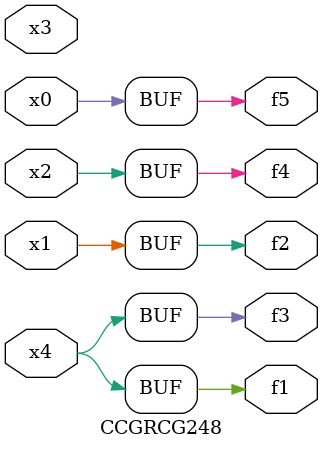
<source format=v>
module CCGRCG248(
	input x0, x1, x2, x3, x4,
	output f1, f2, f3, f4, f5
);
	assign f1 = x4;
	assign f2 = x1;
	assign f3 = x4;
	assign f4 = x2;
	assign f5 = x0;
endmodule

</source>
